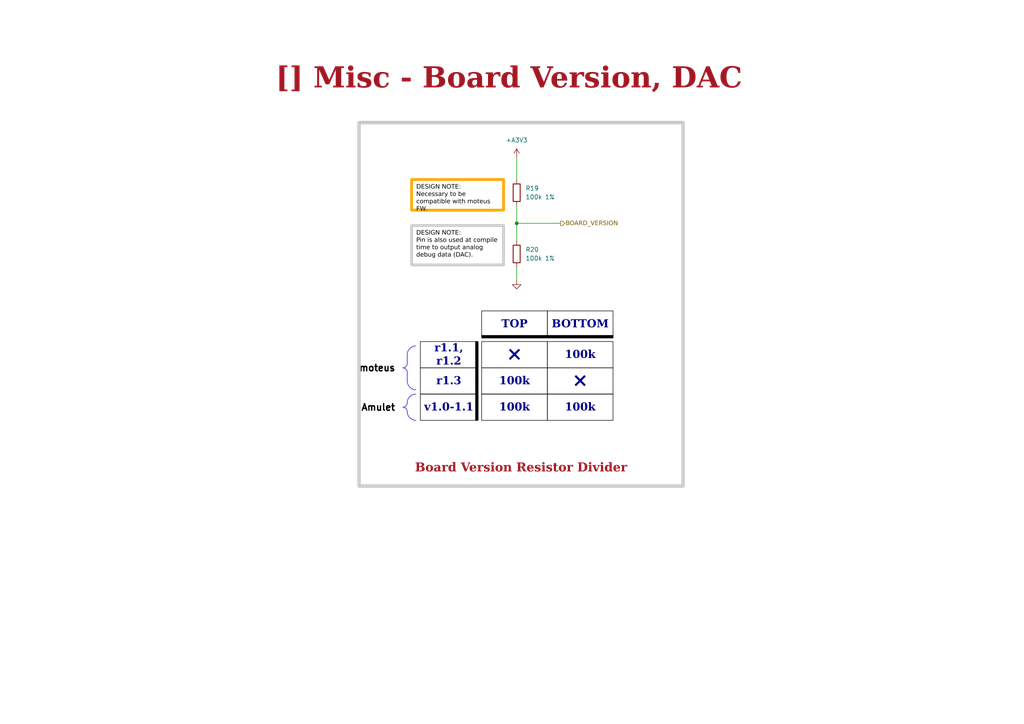
<source format=kicad_sch>
(kicad_sch (version 20230121) (generator eeschema)
  (paper "A4")
  (title_block (title "Misc - Board Version, DAC") (date "2024-04-13") (rev "${REVISION}") (company "${COMPANY}"))
  (lib_symbols
    (symbol "0_power_symbols:+A3V3" (power) (pin_names (offset 0))
      (property "Value" "+A3V3" (at 0 3.556 0))
      (symbol "+A3V3_0_1"
        (polyline (pts (xy -0.762 1.27) (xy 0 2.54)))
        (polyline (pts (xy 0 0) (xy 0 2.54)))
        (polyline (pts (xy 0 2.54) (xy 0.762 1.27)))
      )
      (symbol "+A3V3_1_1"
        (pin power_in line (at 0 0 90) (length 0) hide (name "+A3V3") (number "1"))
      )
    )
    (symbol "Device:R" (pin_numbers hide) (pin_names (offset 0))
      (property "Reference" "R" (at 2.032 0 90))
      (property "Value" "R" (at 0 0 90))
      (symbol "R_0_1"
        (rectangle (start -1.016 -2.54) (end 1.016 2.54) (stroke (width 0.254)))
      )
      (symbol "R_1_1"
        (pin passive line (at 0 3.81 270) (length 1.27) (name "~") (number "1"))
        (pin passive line (at 0 -3.81 90) (length 1.27) (name "~") (number "2"))
      )
    )
    (symbol "power:GND" (power) (pin_names (offset 0))
      (property "Value" "GND" (at 0 -3.81 0))
      (symbol "GND_0_1"
        (polyline (pts (xy 0 0) (xy 0 -1.27) (xy 1.27 -1.27) (xy 0 -2.54) (xy -1.27 -1.27) (xy 0 -1.27)))
      )
      (symbol "GND_1_1"
        (pin power_in line (at 0 0 270) (length 0) hide (name "GND") (number "1"))
      )
    )
  )
  (junction (at 149.86 64.77))
  (wire (pts (xy 149.86 64.77) (xy 149.86 59.69)))
  (wire (pts (xy 149.86 64.77) (xy 149.86 69.85)))
  (wire (pts (xy 162.56 64.77) (xy 149.86 64.77)))
  (wire (pts (xy 149.86 45.72) (xy 149.86 52.07)))
  (polyline (pts (xy 118.11 107.95) (xy 118.11 110.49)))
  (wire (pts (xy 149.86 81.28) (xy 149.86 77.47)))
  (polyline (pts (xy 118.11 102.87) (xy 118.11 105.41)))
  (rectangle (start 139.7 97.282) (end 177.8 98.044) (stroke (width 0) (color 0 0 0 1)) (fill (type color) (color 0 0 0 1)))
  (rectangle (start 104.14 35.56) (end 198.12 140.97) (stroke (width 1) (color 200 200 200 1)))
  (arc (start 118.11 116.84) (mid 117.7351 117.7351) (end 116.84 118.11))
  (rectangle (start 137.922 99.06) (end 138.684 121.92) (stroke (width 0) (color 0 0 0 1)) (fill (type color) (color 0 0 0 1)))
  (arc (start 120.66 113.04) (mid 118.8698 112.2902) (end 118.12 110.5))
  (arc (start 118.12 105.42) (mid 117.7451 106.3151) (end 116.85 106.69))
  (arc (start 120.65 121.92) (mid 118.8598 121.1702) (end 118.11 119.38))
  (arc (start 116.85 106.69) (mid 117.7451 107.0649) (end 118.12 107.96))
  (arc (start 118.11 116.84) (mid 118.8539 115.0439) (end 120.65 114.3))
  (arc (start 116.84 118.11) (mid 117.7351 118.4849) (end 118.11 119.38))
  (arc (start 118.12 102.88) (mid 118.8639 101.0839) (end 120.66 100.34))
  (text_box "×" (at 158.75 106.68 0) (size 19.05 7.62) (stroke (width 0) (color 0 0 0 1)) (effects (font (size 4 4) bold)))
  (text_box "100k" (at 139.7 114.3 0) (size 19.05 7.62) (stroke (width 0) (color 0 0 0 1)) (effects (font (size 2.286 2.286) bold)))
  (text_box "moteus" (at 102.87 104.14 0) (size 13.335 5.08) (stroke (width -0.0001)) (effects (font (size 1.905 1.905) (thickness 0.381) bold) (justify right top)))
  (text_box "r1.3" (at 121.92 106.68 0) (size 16.51 7.62) (stroke (width 0) (color 0 0 0 1)) (effects (font (size 2.286 2.286) bold)))
  (text_box "r1.1, r1.2" (at 121.92 99.06 0) (size 16.51 7.62) (stroke (width 0) (color 0 0 0 1)) (effects (font (size 2.286 2.286) bold)))
  (text_box "DESIGN NOTE:\nNecessary to be compatible with moteus FW." (at 119.38 52.07 0) (size 26.67 8.89) (stroke (width 0.8) (color 255 165 0 1)) (effects (font (size 1.27 1.27)) (justify left top)))
  (text_box "100k" (at 139.7 106.68 0) (size 19.05 7.62) (stroke (width 0) (color 0 0 0 1)) (effects (font (size 2.286 2.286) bold)))
  (text_box "Amulet" (at 102.87 115.57 0) (size 13.335 5.08) (stroke (width -0.0001)) (effects (font (size 1.905 1.905) (thickness 0.381) bold) (justify right top)))
  (text_box "[${#}] ${TITLE}" (at 69.215 16.51 0) (size 156.845 12.7) (stroke (width -0.0001)) (effects (font (size 6 6) (thickness 1.2) bold)))
  (text_box "DESIGN NOTE:\nPin is also used at compile time to output analog debug data (DAC)." (at 119.38 65.405 0) (size 26.67 11.43) (stroke (width 0.8) (color 200 200 200 1)) (effects (font (size 1.27 1.27)) (justify left top)))
  (text_box "100k" (at 158.75 99.06 0) (size 19.05 7.62) (stroke (width 0) (color 0 0 0 1)) (effects (font (size 2.286 2.286) bold)))
  (text_box "Board Version Resistor Divider" (at 105.41 129.54 0) (size 91.44 9.525) (stroke (width -0.0001)) (effects (font (size 2.54 2.54) (thickness 0.508) bold) (justify bottom)))
  (text_box "BOTTOM" (at 158.75 90.17 0) (size 19.05 7.62) (stroke (width 0) (color 0 0 0 1)) (effects (font (size 2.286 2.286) bold)))
  (text_box "×" (at 139.7 99.06 0) (size 19.05 7.62) (stroke (width 0) (color 0 0 0 1)) (effects (font (size 4 4) bold)))
  (text_box "v1.0-1.1" (at 121.92 114.3 0) (size 16.51 7.62) (stroke (width 0) (color 0 0 0 1)) (effects (font (size 2.286 2.286) bold)))
  (text_box "TOP" (at 139.7 90.17 0) (size 19.05 7.62) (stroke (width 0) (color 0 0 0 1)) (effects (font (size 2.286 2.286) bold)))
  (text_box "100k" (at 158.75 114.3 0) (size 19.05 7.62) (stroke (width 0) (color 0 0 0 1)) (effects (font (size 2.286 2.286) bold)))
  (hierarchical_label "BOARD_VERSION" (shape output) (at 162.56 64.77 0))
  (symbol (lib_id "0_power_symbols:+A3V3") (at 149.86 45.72 0) (unit 1)
    (property "Reference" "#PWR06" (effects hide))
    (property "Value" "+A3V3" (at 149.86 40.64 0))
    (instances (project "pcb2blender_tmp" (path "" (reference "#PWR06") (unit 1)) (path "" (reference "#PWR06") (unit 1)) (path "" (reference "#PWR037") (unit 1))))
  )
  (symbol (lib_id "Device:R") (at 149.86 73.66 0) (unit 1)
    (property "Reference" "R20" (at 152.4 72.39 0) (effects (justify left)))
    (property "Value" "100k 1%" (at 152.4 74.93 0) (effects (justify left)))
    (property "Footprint" "0_resistor_smd:R_0402_1005_DensityHigh" (effects hide))
    (property "Datasheet" "https://www.yageo.com/upload/media/product/app/datasheet/rchip/pyu-rt_1-to-0.01_rohs_l.pdf" (effects hide))
    (property "Description" "100 kOhms ±1% 0.063W, 1/16W Chip Resistor 0402 (1005 Metric) Thin Film" (effects hide))
    (property "Manufacturer" "YAGEO" (effects hide))
    (property "Manufacturer Part Number" "RT0402FRE07100KL" (effects hide))
    (property "Supplier 1" "Digikey" (effects hide))
    (property "Supplier Part Number 1" "YAG2307CT-ND" (effects hide))
  )
  (symbol (lib_id "Device:R") (at 149.86 55.88 0) (unit 1)
    (property "Reference" "R19" (at 152.4 54.61 0) (effects (justify left)))
    (property "Value" "100k 1%" (at 152.4 57.15 0) (effects (justify left)))
    (property "Footprint" "0_resistor_smd:R_0402_1005_DensityHigh" (effects hide))
    (property "Datasheet" "https://www.yageo.com/upload/media/product/app/datasheet/rchip/pyu-rt_1-to-0.01_rohs_l.pdf" (effects hide))
    (property "Description" "100 kOhms ±1% 0.063W, 1/16W Chip Resistor 0402 (1005 Metric) Thin Film" (effects hide))
    (property "Manufacturer" "YAGEO" (effects hide))
    (property "Manufacturer Part Number" "RT0402FRE07100KL" (effects hide))
    (property "Supplier 1" "Digikey" (effects hide))
    (property "Supplier Part Number 1" "YAG2307CT-ND" (effects hide))
  )
  (symbol (lib_id "power:GND") (at 149.86 81.28 0) (unit 1)
    (property "Reference" "#PWR038" (effects hide))
    (property "Value" "GND" (effects hide))
  )
)
</source>
